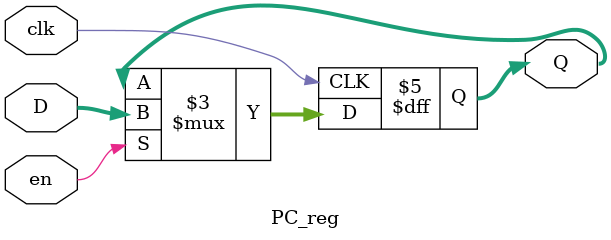
<source format=v>

module PC_reg(D,Q,clk,en);
    input [15:0]D;
    input clk;
    input en;
    
    output reg[15:0]Q;


    initial
        Q <= 16'hFFFF;

    always @(posedge clk) 
        if(en)
            Q <= D; 
endmodule
</source>
